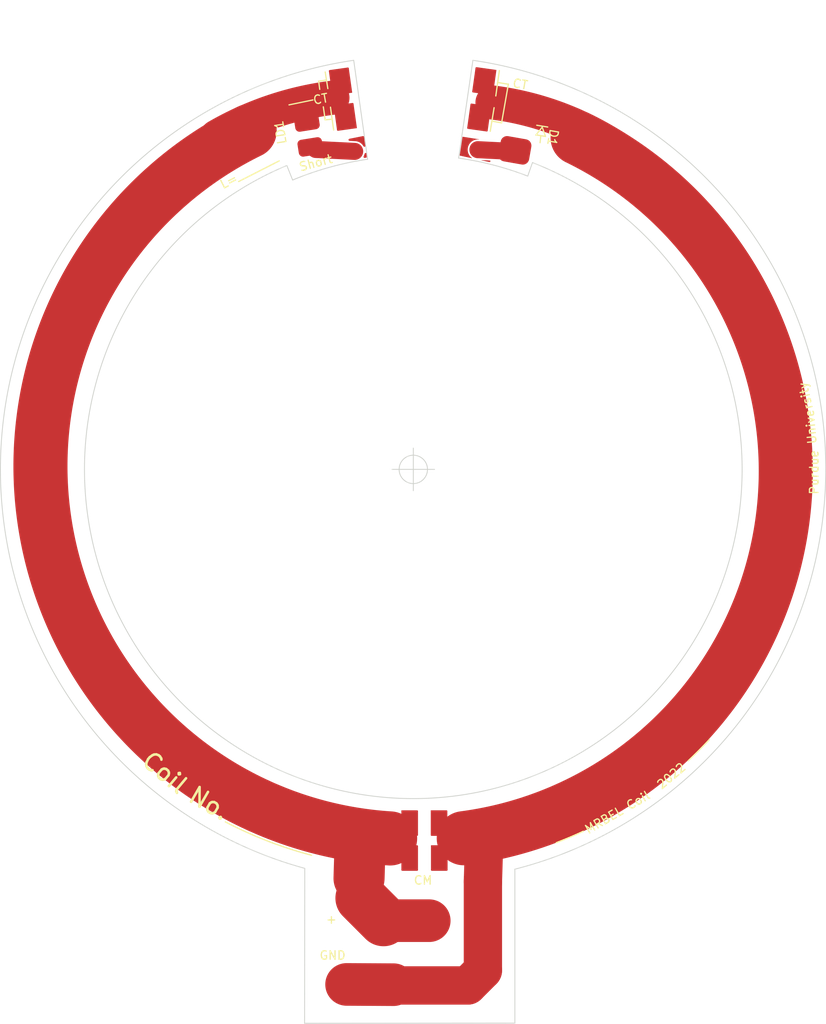
<source format=kicad_pcb>
(kicad_pcb (version 20221018) (generator pcbnew)
  (layers (0 "F.Cu" signal) (31 "B.Cu" signal) (34 "B.Paste" user) (35 "F.Paste" user) (36 "B.SilkS" user "B.Silkscreen") (37 "F.SilkS" user "F.Silkscreen") (38 "B.Mask" user) (39 "F.Mask" user) (44 "Edge.Cuts" user))
  (net 0 "")
  (net 1 "Net-(CB1-Pad2)")
  (net 2 "Net-(CB2-Pad1)")
  (net 3 "unconnected-(D1-Pad2)")
  (net 4 "unconnected-(LD1-Pad2)")
  (footprint "MRBEL_SMD:L_1008HQ" (layer "F.Cu") (at 125.690675 41.799137 9)
    (fp_text reference "LD1" (at -3.244181 -6.927518 99 unlocked) (layer "F.SilkS"))
    (fp_text value "L")
    (pad "1" smd roundrect (at 0 -7.65 99) (size 2 2.9) (layers "F.Cu" "F.Paste" "F.Mask") (net 2 "Net-(CB2-Pad1)"))
    (pad "2" smd roundrect (at -0.05 -4.7 99) (size 2 2.9) (layers "F.Cu" "F.Paste" "F.Mask") (net 4 "unconnected-(LD1-Pad2)"))
  )
  (footprint "MRBEL_SMD:PIN_1091" (layer "F.Cu") (at 145.167478 34.463135 -100)
    (fp_text reference "D1" (at 0.134931 -8.37316 -100 unlocked) (layer "F.SilkS"))
    (fp_text value "D")
    (pad "1" smd roundrect (at -2.25 -4.25 350) (size 3.65 3) (layers "F.Cu" "F.Paste" "F.Mask") (net 1 "Net-(CB1-Pad2)"))
    (pad "2" smd roundrect (at 2.4 -4.25 350) (size 3.65 3) (layers "F.Cu" "F.Paste" "F.Mask") (net 3 "unconnected-(D1-Pad2)"))
  )
  (gr_rect (start 135.7 115.1) (end 137.45 117.9) (stroke (width 0.2)) (fill solid) (layer "F.Cu"))
  (gr_arc (start 134.275 118.3) (mid 94.042378 83.157991) (end 117.775 35.3) (stroke (width 6.35)) (layer "F.Cu"))
  (gr_poly (pts (xy 127.570531 31.018178) (xy 129.710726 30.717394) (xy 129.321041 27.944644) (xy 127.180845 28.245428)) (stroke (width 0.2)) (fill solid) (layer "F.Cu"))
  (gr_rect (start 139.175 119.2) (end 140.925 122) (stroke (width 0.2)) (fill solid) (layer "F.Cu"))
  (gr_line (start 125.5375 37.4625) (end 130.1125 37.6875) (stroke (width 2)) (layer "F.Cu"))
  (gr_rect (start 135.7 119.2) (end 137.45 122) (stroke (width 0.2)) (fill solid) (layer "F.Cu"))
  (gr_rect (start 139.15 115.1) (end 140.9 117.9) (stroke (width 0.2)) (fill solid) (layer "F.Cu"))
  (gr_poly (pts (xy 143.427804 34.946237) (xy 145.636511 35.256651) (xy 146.026196 32.4839) (xy 143.817488 32.173487)) (stroke (width 0.2)) (fill solid) (layer "F.Cu"))
  (gr_poly (pts (xy 144.018759 30.675769) (xy 146.262452 30.991098) (xy 146.652136 28.218348) (xy 144.408444 27.903018)) (stroke (width 0.2)) (fill solid) (layer "F.Cu"))
  (gr_line (start 145.175 123.4375) (end 145.325 118.5125) (stroke (width 4.5)) (layer "F.Cu"))
  (gr_arc (start 156.3 36.1) (mid 180.189559 82.164295) (end 142.925 118.275) (stroke (width 6.35)) (layer "F.Cu"))
  (gr_line (start 130.625 122.975) (end 130.775 118.05) (stroke (width 6)) (layer "F.Cu"))
  (gr_arc (start 146.3 31.95) (mid 153.852849 33.78784) (end 160.8 37.275) (stroke (width 4)) (layer "F.Cu"))
  (gr_line (start 129.16 135.43) (end 134.68 135.46) (stroke (width 5)) (layer "F.Cu"))
  (gr_line (start 144.5875 37.4875) (end 149.1625 37.7125) (stroke (width 2)) (layer "F.Cu"))
  (gr_arc (start 113.903323 35.96623) (mid 120.475 33) (end 127.503323 31.39123) (stroke (width 4)) (layer "F.Cu"))
  (gr_poly (pts (xy 128.139685 35.17275) (xy 130.265305 34.874014) (xy 129.875619 32.101264) (xy 127.75 32.4)) (stroke (width 0.2)) (fill solid) (layer "F.Cu"))
  (gr_line (start 126.43 32.46) (end 126.65 33.99) (stroke (width 0.15)) (layer "F.SilkS"))
  (gr_arc (start 156.966205 117.460554) (mid 155.390661 118.15926) (end 153.790886 118.800546) (stroke (width 0.15)) (layer "F.SilkS"))
  (gr_line (start 152.14 34.84) (end 152.53 35.93) (stroke (width 0.15)) (layer "F.SilkS"))
  (gr_line (start 126.65 33.99) (end 127.41 33.91) (stroke (width 0.15)) (layer "F.SilkS"))
  (gr_arc (start 171.779964 106.69182) (mid 170.553143 107.964087) (end 169.28 109.19) (stroke (width 0.15)) (layer "F.SilkS"))
  (gr_line (start 126.72 29.33) (end 125.88 29.45) (stroke (width 0.15)) (layer "F.SilkS"))
  (gr_line (start 125.21 31.65) (end 122.4 32.23) (stroke (width 0.15)) (layer "F.SilkS"))
  (gr_line (start 125.88 29.45) (end 126.01 30.41) (stroke (width 0.15)) (layer "F.SilkS"))
  (gr_line (start 151.4 35.78) (end 152.14 34.84) (stroke (width 0.15)) (layer "F.SilkS"))
  (gr_line (start 146.27 34.14) (end 147.37 34.34) (stroke (width 0.15)) (layer "F.SilkS"))
  (gr_line (start 126.65 28.37) (end 126.96 30.32) (stroke (width 0.15)) (layer "F.SilkS"))
  (gr_arc (start 125.050731 120.275311) (mid 119.874531 118.601351) (end 114.920029 116.354553) (stroke (width 0.15)) (layer "F.SilkS"))
  (gr_line (start 151.98 35.86) (end 151.89 36.67) (stroke (width 0.15)) (layer "F.SilkS"))
  (gr_line (start 152.53 35.93) (end 151.41 35.75) (stroke (width 0.15)) (layer "F.SilkS"))
  (gr_line (start 127.27 32.5) (end 127.64 35.18) (stroke (width 0.15)) (layer "F.SilkS"))
  (gr_line (start 146.49 32.56) (end 146.04 35.33) (stroke (width 0.15)) (layer "F.SilkS"))
  (gr_line (start 146.95 29.61) (end 148.17 29.81) (stroke (width 0.15)) (layer "F.SilkS"))
  (gr_line (start 147.37 34.34) (end 148.17 29.78) (stroke (width 0.15)) (layer "F.SilkS"))
  (gr_line (start 147.11 28.2) (end 146.69 31.18) (stroke (width 0.15)) (layer "F.SilkS"))
  (gr_line (start 151.5 34.62) (end 152.79 34.83) (stroke (width 0.15)) (layer "F.SilkS"))
  (gr_line (start 124.25 121.81) (end 124.23 139.99) (stroke (width 0.1)) (layer "Edge.Cuts"))
  (gr_arc (start 122.825 41.05) (mid 127.15322 39.554864) (end 131.633679 38.609132) (stroke (width 0.1)) (layer "Edge.Cuts"))
  (gr_line (start 148.93 121.91) (end 148.93 139.97) (stroke (width 0.1)) (layer "Edge.Cuts"))
  (gr_arc (start 144 27) (mid 185.38514 72.433334) (end 148.93 121.91) (stroke (width 0.1)) (layer "Edge.Cuts"))
  (gr_line (start 150.439608 40.587174) (end 151 39.000001) (stroke (width 0.1)) (layer "Edge.Cuts"))
  (gr_arc (start 124.25 121.81) (mid 88.589054 72.067887) (end 130 27) (stroke (width 0.1)) (layer "Edge.Cuts"))
  (gr_line (start 131.633679 38.609132) (end 130 27) (stroke (width 0.1)) (layer "Edge.Cuts"))
  (gr_arc (start 142.325 38.475) (mid 146.442511 39.299783) (end 150.439608 40.587174) (stroke (width 0.1)) (layer "Edge.Cuts"))
  (gr_line (start 122.143687 39.344848) (end 122.825 41.05) (stroke (width 0.1)) (layer "Edge.Cuts"))
  (gr_line (start 124.23 139.99) (end 148.93 139.97) (stroke (width 0.1)) (layer "Edge.Cuts"))
  (gr_arc (start 151 39.000001) (mid 137.461571 113.623657) (end 122.143687 39.344848) (stroke (width 0.1)) (layer "Edge.Cuts"))
  (gr_line (start 142.325 38.475) (end 144 27) (stroke (width 0.1)) (layer "Edge.Cuts"))
  (gr_text "L=_______" (at 117.7 39.99 27) (layer "F.SilkS") (effects (font (size 1 1))))
  (gr_text "+" (at 127.38 127.79) (layer "F.SilkS") (effects (font (size 1 1))))
  (gr_text "No." (at 113.04 114.19 -30) (layer "F.SilkS") (effects (font (size 2 2) (thickness 0.3))))
  (gr_text "rsity" (at 183.08019 66.376788 103) (layer "F.SilkS") (effects (font (size 1 1))))
  (gr_text "2022" (at 167.310803 110.96084 40) (layer "F.SilkS") (effects (font (size 1 1))))
  (gr_text "Short" (at 127.55 38.5 15) (layer "F.SilkS") (effects (font (size 1 1)) (justify right)))
  (gr_text "Purdue" (at 184.08 75.35 90) (layer "F.SilkS") (effects (font (size 1 1))))
  (gr_text "CT" (at 126.12 31.55 10) (layer "F.SilkS") (effects (font (size 1 1))))
  (gr_text "MRBEL Coil" (at 160.982276 115.24013 30) (layer "F.SilkS") (effects (font (size 1 1))))
  (gr_text "Unive" (at 183.696301 69.993089 95) (layer "F.SilkS") (effects (font (size 1 1))))
  (gr_text "CT" (at 149.56 29.8 -10) (layer "F.SilkS") (effects (font (size 1 1))))
  (gr_text "GND" (at 127.52 132.02) (layer "F.SilkS") (effects (font (size 1 1))))
  (gr_text "CM" (at 138.14 123.21) (layer "F.SilkS") (effects (font (size 1 1))))
  (gr_text "Coil" (at 107.816454 110.573698 -40) (layer "F.SilkS") (effects (font (size 2 2) (thickness 0.3))))
  (target plus (at 137 75) (size 5) (width 0.1) (layer "Edge.Cuts"))
  (segment (start 130.675 125.125) (end 130.675 122.675) (width 4) (layer "F.Cu") (net 0))
  (segment (start 132.925 135.55) (end 143.4 135.55) (width 4.5) (layer "F.Cu") (net 0))
  (segment (start 145.175 133.775) (end 145.175 123.2) (width 4.5) (layer "F.Cu") (net 0))
  (segment (start 130.85 125.3) (end 130.675 125.125) (width 4) (layer "F.Cu") (net 0))
  (segment (start 143.4 135.55) (end 145.175 133.775) (width 4.5) (layer "F.Cu") (net 0))
  (segment (start 133.5 127.95) (end 130.85 125.3) (width 6) (layer "F.Cu") (net 0))
  (segment (start 138.875 127.95) (end 133.5 127.95) (width 5) (layer "F.Cu") (net 0))
  (zone (net 3) (net_name "unconnected-(D1-Pad2)") (layer "F.Cu") (connect_pads yes (clearance 0)) (min_thickness 0.0254) (fill yes (thermal_gap 0) (thermal_bridge_width 0.0254) (island_removal_mode 1) (island_area_min 0))
    (polygon (pts (xy 146.029311 38.958458) (xy 142.449718 38.180631) (xy 142.783073 35.966204) (xy 146.386477 36.529732)))
  )
  (zone (net 4) (net_name "unconnected-(LD1-Pad2)") (layer "F.Cu") (connect_pads yes (clearance 0)) (min_thickness 0.254) (fill yes (thermal_gap 0) (thermal_bridge_width 0.508) (island_removal_mode 1) (island_area_min 0))
    (polygon (pts (xy 131.588937 38.391914) (xy 128.463738 39.070529) (xy 128.088714 36.481078) (xy 131.219548 35.867817)))
  )
)
</source>
